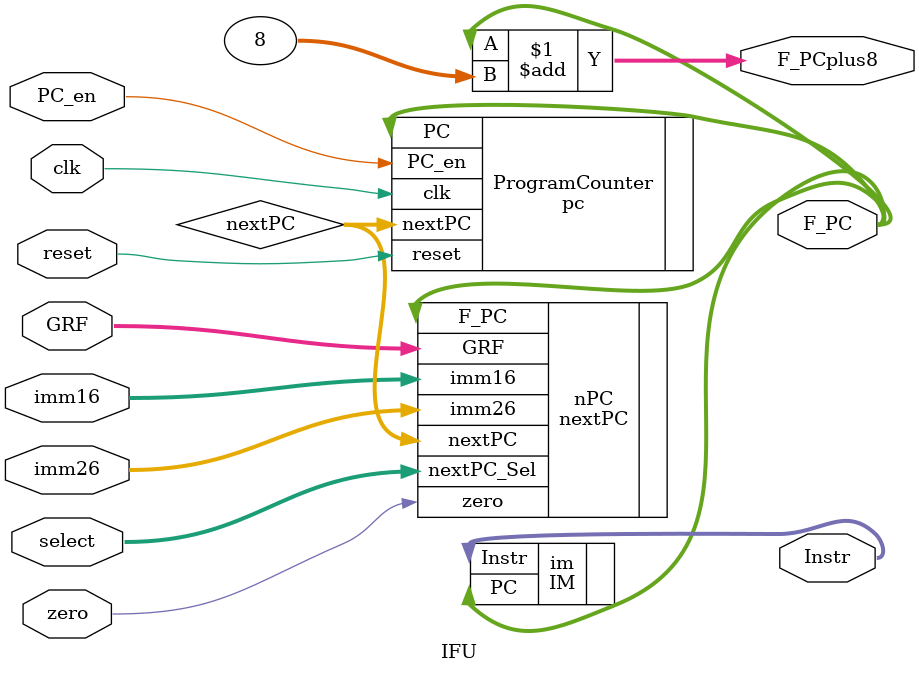
<source format=v>
`timescale 1ns / 1ps
module IFU(
    input [31:0] GRF,
    input [25:0] imm26,
    input [15:0] imm16,
    input [1:0] select,
    input zero,
    input PC_en,
    input clk,
    input reset,
    output [31:0] Instr,
    output [31:0] F_PC,
    output [31:0] F_PCplus8
    );

    wire [31:0] nextPC;

    pc ProgramCounter(.clk(clk),
          .reset(reset),
          .PC_en(PC_en),
          .nextPC(nextPC),
          .PC(F_PC));

    nextPC nPC(.F_PC(F_PC),
               .GRF(GRF),
               .imm26(imm26),
               .imm16(imm16),
               .zero(zero),
               .nextPC_Sel(select),
               .nextPC(nextPC));
            
    IM im(.PC(F_PC),
          .Instr(Instr));

    assign F_PCplus8 = F_PC + 32'h00000008;

endmodule

</source>
